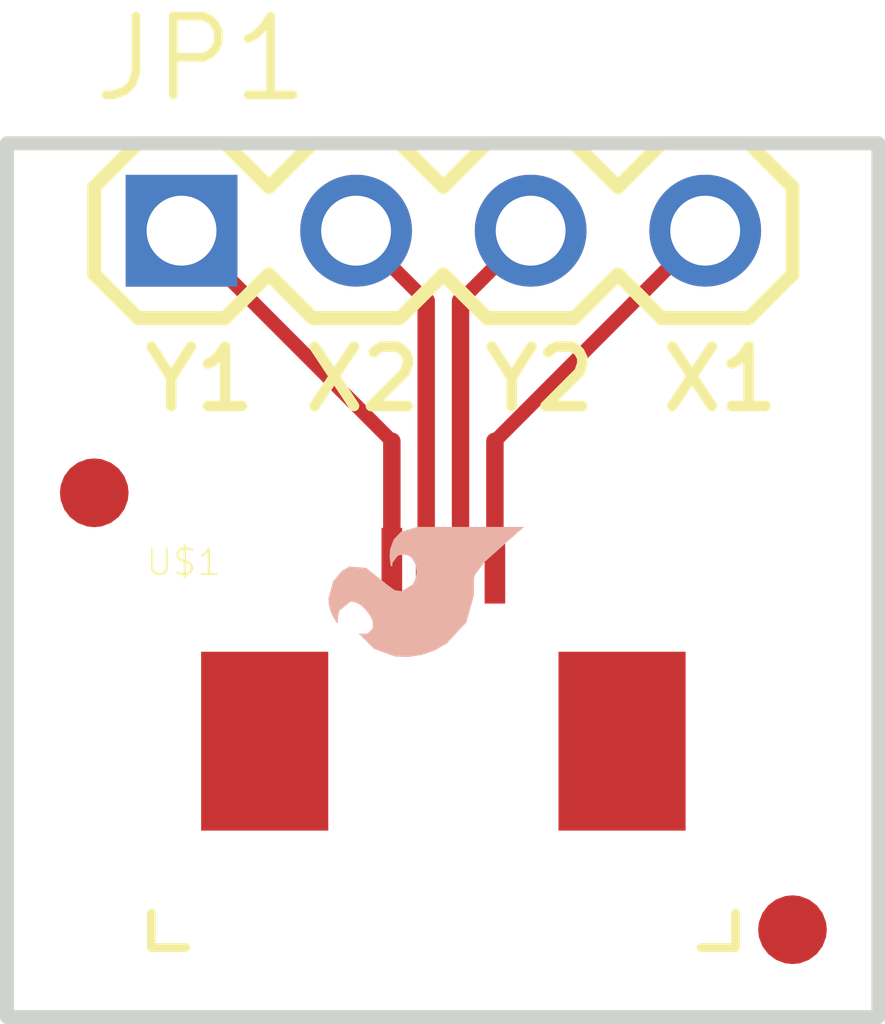
<source format=kicad_pcb>
(kicad_pcb (version 20211014) (generator pcbnew)
  (layers (0 "F.Cu" signal) (1 "In1.Cu" signal) (2 "In2.Cu" signal) (3 "In3.Cu" signal) (4 "In4.Cu" signal) (5 "In5.Cu" signal) (6 "In6.Cu" signal) (7 "In7.Cu" signal) (8 "In8.Cu" signal) (9 "In9.Cu" signal) (10 "In10.Cu" signal) (11 "In11.Cu" signal) (12 "In12.Cu" signal) (13 "In13.Cu" signal) (14 "In14.Cu" signal) (31 "B.Cu" signal) (34 "B.Paste" user) (35 "F.Paste" user) (36 "B.SilkS" user "B.Silkscreen") (37 "F.SilkS" user "F.Silkscreen") (38 "B.Mask" user) (39 "F.Mask" user) (44 "Edge.Cuts" user))
  (net 0 "")
  (net 1 "N$1")
  (net 2 "N$2")
  (net 3 "N$3")
  (net 4 "N$4")
  (footprint "boardEagle:1X04" (layer "F.Cu") (at 144.7011 99.9236)
    (fp_text reference "JP1" (at -1.3462 -1.8288) (layer "F.SilkS") (effects (font (size 1.143 1.143) (thickness 0.127)) (justify left bottom)))
    (fp_text value "")
    (fp_line (start 6.35 0.635) (end 5.715 1.27) (layer "F.SilkS") (width 0.2032))
    (fp_line (start 0.635 1.27) (end -0.635 1.27) (layer "F.SilkS") (width 0.2032))
    (fp_line (start 1.905 1.27) (end 1.27 0.635) (layer "F.SilkS") (width 0.2032))
    (fp_line (start 6.35 0.635) (end 6.985 1.27) (layer "F.SilkS") (width 0.2032))
    (fp_line (start -0.635 -1.27) (end -1.27 -0.635) (layer "F.SilkS") (width 0.2032))
    (fp_line (start 1.27 -0.635) (end 1.905 -1.27) (layer "F.SilkS") (width 0.2032))
    (fp_line (start 8.255 1.27) (end 6.985 1.27) (layer "F.SilkS") (width 0.2032))
    (fp_line (start 8.89 -0.635) (end 8.89 0.635) (layer "F.SilkS") (width 0.2032))
    (fp_line (start 6.985 -1.27) (end 8.255 -1.27) (layer "F.SilkS") (width 0.2032))
    (fp_line (start 5.715 1.27) (end 4.445 1.27) (layer "F.SilkS") (width 0.2032))
    (fp_line (start 1.905 -1.27) (end 3.175 -1.27) (layer "F.SilkS") (width 0.2032))
    (fp_line (start 0.635 -1.27) (end 1.27 -0.635) (layer "F.SilkS") (width 0.2032))
    (fp_line (start 6.985 -1.27) (end 6.35 -0.635) (layer "F.SilkS") (width 0.2032))
    (fp_line (start 4.445 -1.27) (end 5.715 -1.27) (layer "F.SilkS") (width 0.2032))
    (fp_line (start 5.715 -1.27) (end 6.35 -0.635) (layer "F.SilkS") (width 0.2032))
    (fp_line (start 8.255 -1.27) (end 8.89 -0.635) (layer "F.SilkS") (width 0.2032))
    (fp_line (start 1.27 0.635) (end 0.635 1.27) (layer "F.SilkS") (width 0.2032))
    (fp_line (start 3.81 0.635) (end 3.175 1.27) (layer "F.SilkS") (width 0.2032))
    (fp_line (start -0.635 -1.27) (end 0.635 -1.27) (layer "F.SilkS") (width 0.2032))
    (fp_line (start 3.81 -0.635) (end 4.445 -1.27) (layer "F.SilkS") (width 0.2032))
    (fp_line (start -1.27 0.635) (end -0.635 1.27) (layer "F.SilkS") (width 0.2032))
    (fp_line (start 4.445 1.27) (end 3.81 0.635) (layer "F.SilkS") (width 0.2032))
    (fp_line (start 3.175 -1.27) (end 3.81 -0.635) (layer "F.SilkS") (width 0.2032))
    (fp_line (start 8.89 0.635) (end 8.255 1.27) (layer "F.SilkS") (width 0.2032))
    (fp_line (start -1.27 -0.635) (end -1.27 0.635) (layer "F.SilkS") (width 0.2032))
    (fp_line (start 3.175 1.27) (end 1.905 1.27) (layer "F.SilkS") (width 0.2032))
    (pad "1" thru_hole rect (at 0 0 90) (size 1.6256 1.6256) (drill 1.016) (layers *.Cu *.Mask) (net 4 "N$4"))
    (pad "2" thru_hole circle (at 2.54 0 90) (size 1.6256 1.6256) (drill 1.016) (layers *.Cu *.Mask) (net 3 "N$3"))
    (pad "3" thru_hole circle (at 5.08 0 90) (size 1.6256 1.6256) (drill 1.016) (layers *.Cu *.Mask) (net 2 "N$2"))
    (pad "4" thru_hole circle (at 7.62 0 90) (size 1.6256 1.6256) (drill 1.016) (layers *.Cu *.Mask) (net 1 "N$1"))
  )
  (footprint "boardEagle:FIDUCIAL-1X2" (layer "F.Cu") (at 153.5911 110.0836)
    (fp_text reference "FID2" hide)
    (fp_text value "FIDUCIAL1X2" hide)
    (pad "1" smd roundrect (at 0 0) (size 1 1) (layers "F.Cu" "F.Mask") (roundrect_rratio 0.5))
  )
  (footprint "boardEagle:FIDUCIAL-1X2" (layer "F.Cu") (at 143.4311 103.7336)
    (fp_text reference "FID1" hide)
    (fp_text value "FIDUCIAL1X2" hide)
    (pad "1" smd roundrect (at 0 0) (size 1 1) (layers "F.Cu" "F.Mask") (roundrect_rratio 0.5))
  )
  (footprint "boardEagle:DS_TOUCH_CONNECTOR" (layer "F.Cu") (at 148.5111 107.5436)
    (fp_text reference "U$1" (at -4.345 -2.585) (layer "F.SilkS") (effects (font (size 0.368 0.368) (thickness 0.032)) (justify left bottom)))
    (fp_text value "DS_TOUCH_CONNECTOR")
    (fp_line (start 4.25 2.3) (end 4.25 2.8) (layer "F.SilkS") (width 0.127))
    (fp_line (start -4.25 2.8) (end -3.75 2.8) (layer "F.SilkS") (width 0.127))
    (fp_line (start -4.25 2.3) (end -4.25 2.8) (layer "F.SilkS") (width 0.127))
    (fp_line (start 4.25 2.8) (end 3.75 2.8) (layer "F.SilkS") (width 0.127))
    (pad "P$5" smd rect (at -2.6 -0.2) (size 1.85 2.6) (layers "F.Cu" "F.Paste" "F.Mask"))
    (pad "P$6" smd rect (at 2.6 -0.2) (size 1.85 2.6) (layers "F.Cu" "F.Paste" "F.Mask"))
    (pad "X1" smd rect (at 0.75 -2.75 90) (size 1.1 0.3) (layers "F.Cu" "F.Paste" "F.Mask") (net 1 "N$1"))
    (pad "X2" smd rect (at -0.25 -2.75 90) (size 1.1 0.3) (layers "F.Cu" "F.Paste" "F.Mask") (net 3 "N$3"))
    (pad "Y1" smd rect (at -0.75 -2.75 90) (size 1.1 0.3) (layers "F.Cu" "F.Paste" "F.Mask") (net 4 "N$4"))
    (pad "Y2" smd rect (at 0.25 -2.75 90) (size 1.1 0.3) (layers "F.Cu" "F.Paste" "F.Mask") (net 2 "N$2"))
  )
  (footprint "boardEagle:SFE-LOGO-FLAME" (layer "B.Cu") (at 149.6541 104.2416 -90)
    (fp_text reference "U$2" hide)
    (fp_text value "LOGO-SFESK" hide)
    (fp_poly (pts (xy 1.126002 2.808203) (xy 1.215449 2.785829) (xy 1.228477 2.780783) (xy 1.240149 2.774875) (xy 1.25686 2.766576) (xy 1.275552 2.759834) (xy 1.371694 2.7026) (xy 1.3793 2.7026) (xy 1.3793 2.6772) (xy 1.306833 2.6772) (xy 1.208418 2.657914) (xy 1.074855 2.495286) (xy 1.079365 2.436825) (xy 1.12809 2.341869) (xy 1.204666 2.265196) (xy 1.294069 2.200638) (xy 1.369348 2.168824) (xy 1.450737 2.171632) (xy 1.458864 2.174186) (xy 1.466257 2.177389) (xy 1.530514 2.236956) (xy 1.5368 2.259812) (xy 1.5368 2.377938) (xy 1.763707 2.148127) (xy 1.868186 1.856841) (xy 1.871603 1.856894) (xy 1.87806 1.650435) (xy 1.848857 1.45742) (xy 1.785308 1.272842) (xy 1.6663 1.061578) (xy 1.6663 1.080581) (xy 1.378131 0.80901) (xy 0.982239 0.6985) (xy 0.753005 0.6985) (xy 0.716201 0.692046) (xy 0.681776 0.679592) (xy 0.496322 0.541784) (xy -0.0126 -0.03091) (xy -0.0126 1.52077) (xy 0.060004 1.761967) (xy 0.168295 1.865489) (xy 0.307122 1.917522) (xy 0.4039 1.925089) (xy 0.499384 1.917623) (xy 0.55991 1.908099) (xy 0.557788 1.884433) (xy 0.522216 1.885242) (xy 0.501784 1.876141) (xy 0.420519 1.817154) (xy 0.400722 1.79067) (xy 0.390395 1.7285) (xy 0.400905 1.665229) (xy 0.421405 1.625174) (xy 0.452343 1.592685) (xy 0.546535 1.54355) (xy 0.652229 1.531742) (xy 0.742768 1.550084) (xy 0.82422 1.589656) (xy 0.92203 1.754659) (xy 0.907706 1.848844) (xy 0.850914 1.930401) (xy 0.584707 2.263237) (xy 0.561667 2.510855) (xy 0.627495 2.621556) (xy 0.629042 2.623103) (xy 0.778901 2.74712) (xy 1.032676 2.817064)) (layer "B.SilkS") (width 0) (fill solid))
  )
  (gr_line (start 154.8411 98.6536) (end 142.1611 98.6536) (layer "Edge.Cuts") (width 0.2032))
  (gr_line (start 142.1611 98.6536) (end 142.1611 111.3536) (layer "Edge.Cuts") (width 0.2032))
  (gr_line (start 142.1611 111.3536) (end 154.8411 111.3536) (layer "Edge.Cuts") (width 0.2032))
  (gr_line (start 154.8411 111.3536) (end 154.8411 98.6536) (layer "Edge.Cuts") (width 0.2032))
  (gr_text "X2" (at 148.2571 101.5746) (layer "F.SilkS") (effects (font (size 0.8636 0.8636) (thickness 0.1524)) (justify right top)))
  (gr_text "Y1" (at 145.8441 101.5746) (layer "F.SilkS") (effects (font (size 0.8636 0.8636) (thickness 0.1524)) (justify right top)))
  (gr_text "X1" (at 153.4641 101.5746) (layer "F.SilkS") (effects (font (size 0.8636 0.8636) (thickness 0.1524)) (justify right top)))
  (gr_text "Y2" (at 150.7971 101.5746) (layer "F.SilkS") (effects (font (size 0.8636 0.8636) (thickness 0.1524)) (justify right top)))
  (segment (start 149.2611 102.9836) (end 152.3211 99.9236) (width 0.2032) (layer "F.Cu") (net 1))
  (segment (start 149.2611 102.9836) (end 149.2611 104.7936) (width 0.254) (layer "F.Cu") (net 1))
  (segment (start 148.7611 100.9436) (end 149.7811 99.9236) (width 0.2032) (layer "F.Cu") (net 2))
  (segment (start 148.7611 100.9436) (end 148.7611 104.7936) (width 0.254) (layer "F.Cu") (net 2))
  (segment (start 147.2411 99.9236) (end 148.2611 100.9436) (width 0.2032) (layer "F.Cu") (net 3))
  (segment (start 148.2611 100.9436) (end 148.2611 104.7936) (width 0.254) (layer "F.Cu") (net 3))
  (segment (start 144.7011 99.9236) (end 147.7611 102.9836) (width 0.2032) (layer "F.Cu") (net 4))
  (segment (start 147.7611 102.9836) (end 147.7611 104.7936) (width 0.254) (layer "F.Cu") (net 4))
)
</source>
